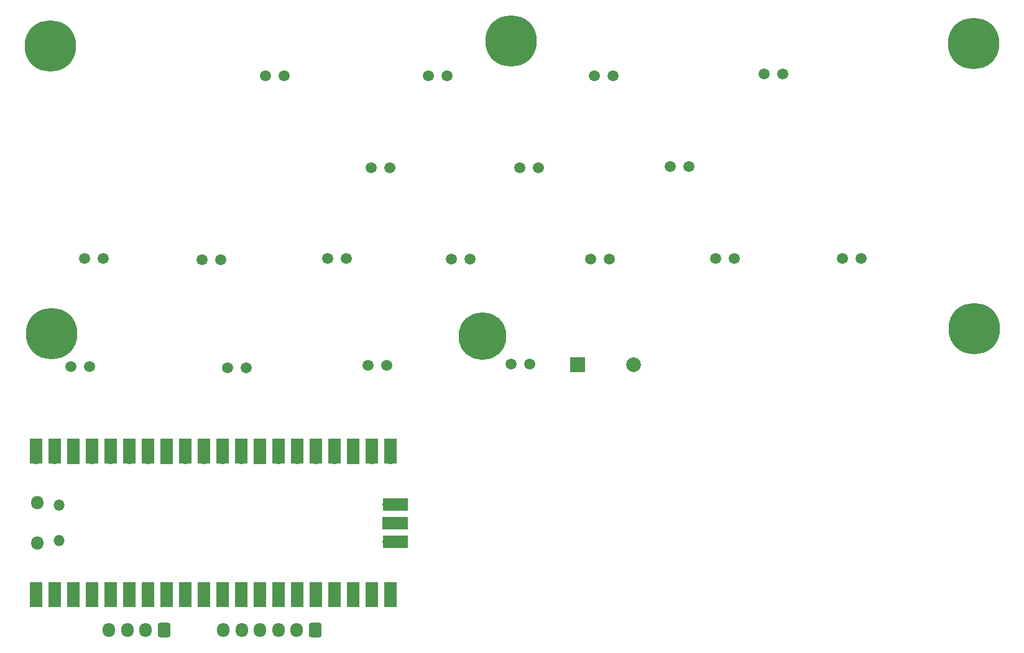
<source format=gbr>
%TF.GenerationSoftware,KiCad,Pcbnew,6.0.11+dfsg-1~bpo11+1*%
%TF.CreationDate,2023-05-07T06:08:46+00:00*%
%TF.ProjectId,CoverUI,436f7665-7255-4492-9e6b-696361645f70,rev?*%
%TF.SameCoordinates,Original*%
%TF.FileFunction,Soldermask,Bot*%
%TF.FilePolarity,Negative*%
%FSLAX46Y46*%
G04 Gerber Fmt 4.6, Leading zero omitted, Abs format (unit mm)*
G04 Created by KiCad (PCBNEW 6.0.11+dfsg-1~bpo11+1) date 2023-05-07 06:08:46*
%MOMM*%
%LPD*%
G01*
G04 APERTURE LIST*
G04 Aperture macros list*
%AMRoundRect*
0 Rectangle with rounded corners*
0 $1 Rounding radius*
0 $2 $3 $4 $5 $6 $7 $8 $9 X,Y pos of 4 corners*
0 Add a 4 corners polygon primitive as box body*
4,1,4,$2,$3,$4,$5,$6,$7,$8,$9,$2,$3,0*
0 Add four circle primitives for the rounded corners*
1,1,$1+$1,$2,$3*
1,1,$1+$1,$4,$5*
1,1,$1+$1,$6,$7*
1,1,$1+$1,$8,$9*
0 Add four rect primitives between the rounded corners*
20,1,$1+$1,$2,$3,$4,$5,0*
20,1,$1+$1,$4,$5,$6,$7,0*
20,1,$1+$1,$6,$7,$8,$9,0*
20,1,$1+$1,$8,$9,$2,$3,0*%
G04 Aperture macros list end*
%ADD10C,1.000000*%
%ADD11C,7.000000*%
%ADD12C,6.500000*%
%ADD13C,1.520000*%
%ADD14RoundRect,0.250000X0.600000X0.725000X-0.600000X0.725000X-0.600000X-0.725000X0.600000X-0.725000X0*%
%ADD15O,1.700000X1.950000*%
%ADD16R,2.000000X2.000000*%
%ADD17C,2.000000*%
%ADD18O,1.800000X1.800000*%
%ADD19O,1.500000X1.500000*%
%ADD20O,1.700000X1.700000*%
%ADD21R,1.700000X3.500000*%
%ADD22R,1.700000X1.700000*%
%ADD23R,3.500000X1.700000*%
G04 APERTURE END LIST*
D10*
%TO.C,H1001*%
X70973155Y-66833155D03*
X70973155Y-63120845D03*
X67260845Y-66833155D03*
X66492000Y-64977000D03*
X67260845Y-63120845D03*
X69117000Y-67602000D03*
D11*
X69117000Y-64977000D03*
D10*
X69117000Y-62352000D03*
X71742000Y-64977000D03*
%TD*%
%TO.C,H1006*%
X129302000Y-64287000D03*
X133783155Y-66143155D03*
X130070845Y-66143155D03*
X134552000Y-64287000D03*
D11*
X131927000Y-64287000D03*
D10*
X131927000Y-66912000D03*
X133783155Y-62430845D03*
X131927000Y-61662000D03*
X130070845Y-62430845D03*
%TD*%
%TO.C,H1002*%
X194877000Y-61952000D03*
X192252000Y-64577000D03*
X193020845Y-62720845D03*
X197502000Y-64577000D03*
X193020845Y-66433155D03*
D11*
X194877000Y-64577000D03*
D10*
X194877000Y-67202000D03*
X196733155Y-66433155D03*
X196733155Y-62720845D03*
%TD*%
%TO.C,H1003*%
X69287000Y-106762000D03*
X71143155Y-105993155D03*
X71143155Y-102280845D03*
X67430845Y-105993155D03*
X69287000Y-101512000D03*
X67430845Y-102280845D03*
X71912000Y-104137000D03*
X66662000Y-104137000D03*
D11*
X69287000Y-104137000D03*
%TD*%
D10*
%TO.C,H1004*%
X129883155Y-106343155D03*
X130652000Y-104487000D03*
X129883155Y-102630845D03*
X126170845Y-106343155D03*
X126170845Y-102630845D03*
D12*
X128027000Y-104487000D03*
D10*
X128027000Y-101862000D03*
X125402000Y-104487000D03*
X128027000Y-107112000D03*
%TD*%
D11*
%TO.C,H1005*%
X194937000Y-103507000D03*
D10*
X194937000Y-106132000D03*
X193080845Y-101650845D03*
X194937000Y-100882000D03*
X192312000Y-103507000D03*
X196793155Y-101650845D03*
X193080845Y-105363155D03*
X197562000Y-103507000D03*
X196793155Y-105363155D03*
%TD*%
D13*
%TO.C,D1013*%
X159752000Y-93887000D03*
X162292000Y-93887000D03*
%TD*%
%TO.C,D1016*%
X93272000Y-108777000D03*
X95812000Y-108777000D03*
%TD*%
%TO.C,D1005*%
X112852000Y-81577000D03*
X115392000Y-81577000D03*
%TD*%
%TO.C,D1012*%
X142742000Y-94007000D03*
X145282000Y-94007000D03*
%TD*%
%TO.C,D1002*%
X120632000Y-69037000D03*
X123172000Y-69037000D03*
%TD*%
%TO.C,D1006*%
X133062000Y-81527000D03*
X135602000Y-81527000D03*
%TD*%
%TO.C,D1007*%
X153562000Y-81407000D03*
X156102000Y-81407000D03*
%TD*%
%TO.C,D1017*%
X112392000Y-108497000D03*
X114932000Y-108497000D03*
%TD*%
%TO.C,D1014*%
X177042000Y-93947000D03*
X179582000Y-93947000D03*
%TD*%
%TO.C,D1010*%
X106892000Y-93947000D03*
X109432000Y-93947000D03*
%TD*%
%TO.C,D1018*%
X131862000Y-108317000D03*
X134402000Y-108317000D03*
%TD*%
%TO.C,D1001*%
X98472000Y-69037000D03*
X101012000Y-69037000D03*
%TD*%
%TO.C,D1004*%
X166332000Y-68757000D03*
X168872000Y-68757000D03*
%TD*%
%TO.C,D1008*%
X73787000Y-93947000D03*
X76327000Y-93947000D03*
%TD*%
%TO.C,D1015*%
X71932000Y-108607000D03*
X74472000Y-108607000D03*
%TD*%
%TO.C,D1011*%
X123722000Y-94007000D03*
X126262000Y-94007000D03*
%TD*%
%TO.C,D1009*%
X89822000Y-94067000D03*
X92362000Y-94067000D03*
%TD*%
%TO.C,D1003*%
X143252000Y-69037000D03*
X145792000Y-69037000D03*
%TD*%
D14*
%TO.C,J1001*%
X84632800Y-144576800D03*
D15*
X82132800Y-144576800D03*
X79632800Y-144576800D03*
X77132800Y-144576800D03*
%TD*%
D16*
%TO.C,BZ1*%
X140929200Y-108356400D03*
D17*
X148529200Y-108356400D03*
%TD*%
D14*
%TO.C,J2*%
X105206800Y-144576800D03*
D15*
X102706800Y-144576800D03*
X100206800Y-144576800D03*
X97706800Y-144576800D03*
X95206800Y-144576800D03*
X92706800Y-144576800D03*
%TD*%
D18*
%TO.C,U1*%
X67338400Y-132671400D03*
D19*
X70368400Y-132371400D03*
D18*
X67338400Y-127221400D03*
D19*
X70368400Y-127521400D03*
D20*
X67208400Y-121056400D03*
D21*
X67208400Y-120156400D03*
D20*
X69748400Y-121056400D03*
D21*
X69748400Y-120156400D03*
X72288400Y-120156400D03*
D22*
X72288400Y-121056400D03*
D21*
X74828400Y-120156400D03*
D20*
X74828400Y-121056400D03*
D21*
X77368400Y-120156400D03*
D20*
X77368400Y-121056400D03*
D21*
X79908400Y-120156400D03*
D20*
X79908400Y-121056400D03*
X82448400Y-121056400D03*
D21*
X82448400Y-120156400D03*
X84988400Y-120156400D03*
D22*
X84988400Y-121056400D03*
D21*
X87528400Y-120156400D03*
D20*
X87528400Y-121056400D03*
X90068400Y-121056400D03*
D21*
X90068400Y-120156400D03*
X92608400Y-120156400D03*
D20*
X92608400Y-121056400D03*
X95148400Y-121056400D03*
D21*
X95148400Y-120156400D03*
X97688400Y-120156400D03*
D22*
X97688400Y-121056400D03*
D21*
X100228400Y-120156400D03*
D20*
X100228400Y-121056400D03*
X102768400Y-121056400D03*
D21*
X102768400Y-120156400D03*
X105308400Y-120156400D03*
D20*
X105308400Y-121056400D03*
X107848400Y-121056400D03*
D21*
X107848400Y-120156400D03*
D22*
X110388400Y-121056400D03*
D21*
X110388400Y-120156400D03*
X112928400Y-120156400D03*
D20*
X112928400Y-121056400D03*
D21*
X115468400Y-120156400D03*
D20*
X115468400Y-121056400D03*
X115468400Y-138836400D03*
D21*
X115468400Y-139736400D03*
X112928400Y-139736400D03*
D20*
X112928400Y-138836400D03*
D22*
X110388400Y-138836400D03*
D21*
X110388400Y-139736400D03*
X107848400Y-139736400D03*
D20*
X107848400Y-138836400D03*
X105308400Y-138836400D03*
D21*
X105308400Y-139736400D03*
D20*
X102768400Y-138836400D03*
D21*
X102768400Y-139736400D03*
X100228400Y-139736400D03*
D20*
X100228400Y-138836400D03*
D22*
X97688400Y-138836400D03*
D21*
X97688400Y-139736400D03*
X95148400Y-139736400D03*
D20*
X95148400Y-138836400D03*
X92608400Y-138836400D03*
D21*
X92608400Y-139736400D03*
X90068400Y-139736400D03*
D20*
X90068400Y-138836400D03*
D21*
X87528400Y-139736400D03*
D20*
X87528400Y-138836400D03*
D21*
X84988400Y-139736400D03*
D22*
X84988400Y-138836400D03*
D21*
X82448400Y-139736400D03*
D20*
X82448400Y-138836400D03*
X79908400Y-138836400D03*
D21*
X79908400Y-139736400D03*
D20*
X77368400Y-138836400D03*
D21*
X77368400Y-139736400D03*
X74828400Y-139736400D03*
D20*
X74828400Y-138836400D03*
D21*
X72288400Y-139736400D03*
D22*
X72288400Y-138836400D03*
D21*
X69748400Y-139736400D03*
D20*
X69748400Y-138836400D03*
X67208400Y-138836400D03*
D21*
X67208400Y-139736400D03*
D20*
X115238400Y-127406400D03*
D23*
X116138400Y-127406400D03*
X116138400Y-129946400D03*
D22*
X115238400Y-129946400D03*
D20*
X115238400Y-132486400D03*
D23*
X116138400Y-132486400D03*
%TD*%
M02*

</source>
